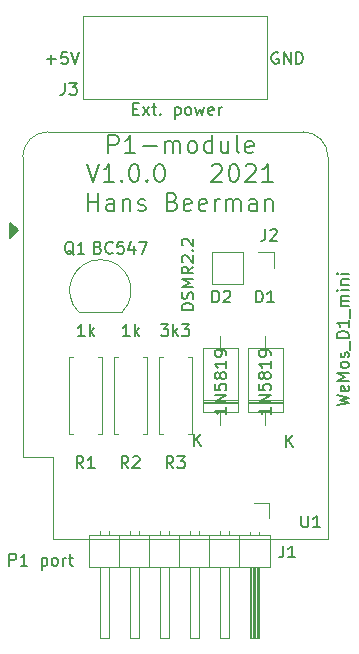
<source format=gbr>
%TF.GenerationSoftware,KiCad,Pcbnew,5.1.9-73d0e3b20d~88~ubuntu20.04.1*%
%TF.CreationDate,2021-02-01T09:35:04+01:00*%
%TF.ProjectId,WemosSlimmemeter,57656d6f-7353-46c6-996d-6d656d657465,V1.0.0.0*%
%TF.SameCoordinates,Original*%
%TF.FileFunction,Legend,Top*%
%TF.FilePolarity,Positive*%
%FSLAX46Y46*%
G04 Gerber Fmt 4.6, Leading zero omitted, Abs format (unit mm)*
G04 Created by KiCad (PCBNEW 5.1.9-73d0e3b20d~88~ubuntu20.04.1) date 2021-02-01 09:35:04*
%MOMM*%
%LPD*%
G01*
G04 APERTURE LIST*
%ADD10C,0.150000*%
%ADD11C,0.200000*%
%ADD12C,0.120000*%
G04 APERTURE END LIST*
D10*
X76286285Y-54737428D02*
X77048190Y-54737428D01*
X76667238Y-55118380D02*
X76667238Y-54356476D01*
X78000571Y-54118380D02*
X77524380Y-54118380D01*
X77476761Y-54594571D01*
X77524380Y-54546952D01*
X77619619Y-54499333D01*
X77857714Y-54499333D01*
X77952952Y-54546952D01*
X78000571Y-54594571D01*
X78048190Y-54689809D01*
X78048190Y-54927904D01*
X78000571Y-55023142D01*
X77952952Y-55070761D01*
X77857714Y-55118380D01*
X77619619Y-55118380D01*
X77524380Y-55070761D01*
X77476761Y-55023142D01*
X78333904Y-54118380D02*
X78667238Y-55118380D01*
X79000571Y-54118380D01*
X95860095Y-54166000D02*
X95764857Y-54118380D01*
X95622000Y-54118380D01*
X95479142Y-54166000D01*
X95383904Y-54261238D01*
X95336285Y-54356476D01*
X95288666Y-54546952D01*
X95288666Y-54689809D01*
X95336285Y-54880285D01*
X95383904Y-54975523D01*
X95479142Y-55070761D01*
X95622000Y-55118380D01*
X95717238Y-55118380D01*
X95860095Y-55070761D01*
X95907714Y-55023142D01*
X95907714Y-54689809D01*
X95717238Y-54689809D01*
X96336285Y-55118380D02*
X96336285Y-54118380D01*
X96907714Y-55118380D01*
X96907714Y-54118380D01*
X97383904Y-55118380D02*
X97383904Y-54118380D01*
X97622000Y-54118380D01*
X97764857Y-54166000D01*
X97860095Y-54261238D01*
X97907714Y-54356476D01*
X97955333Y-54546952D01*
X97955333Y-54689809D01*
X97907714Y-54880285D01*
X97860095Y-54975523D01*
X97764857Y-55070761D01*
X97622000Y-55118380D01*
X97383904Y-55118380D01*
D11*
X81497857Y-62673571D02*
X81497857Y-61173571D01*
X82069285Y-61173571D01*
X82212142Y-61245000D01*
X82283571Y-61316428D01*
X82355000Y-61459285D01*
X82355000Y-61673571D01*
X82283571Y-61816428D01*
X82212142Y-61887857D01*
X82069285Y-61959285D01*
X81497857Y-61959285D01*
X83783571Y-62673571D02*
X82926428Y-62673571D01*
X83355000Y-62673571D02*
X83355000Y-61173571D01*
X83212142Y-61387857D01*
X83069285Y-61530714D01*
X82926428Y-61602142D01*
X84426428Y-62102142D02*
X85569285Y-62102142D01*
X86283571Y-62673571D02*
X86283571Y-61673571D01*
X86283571Y-61816428D02*
X86355000Y-61745000D01*
X86497857Y-61673571D01*
X86712142Y-61673571D01*
X86855000Y-61745000D01*
X86926428Y-61887857D01*
X86926428Y-62673571D01*
X86926428Y-61887857D02*
X86997857Y-61745000D01*
X87140714Y-61673571D01*
X87355000Y-61673571D01*
X87497857Y-61745000D01*
X87569285Y-61887857D01*
X87569285Y-62673571D01*
X88497857Y-62673571D02*
X88355000Y-62602142D01*
X88283571Y-62530714D01*
X88212142Y-62387857D01*
X88212142Y-61959285D01*
X88283571Y-61816428D01*
X88355000Y-61745000D01*
X88497857Y-61673571D01*
X88712142Y-61673571D01*
X88855000Y-61745000D01*
X88926428Y-61816428D01*
X88997857Y-61959285D01*
X88997857Y-62387857D01*
X88926428Y-62530714D01*
X88855000Y-62602142D01*
X88712142Y-62673571D01*
X88497857Y-62673571D01*
X90283571Y-62673571D02*
X90283571Y-61173571D01*
X90283571Y-62602142D02*
X90140714Y-62673571D01*
X89855000Y-62673571D01*
X89712142Y-62602142D01*
X89640714Y-62530714D01*
X89569285Y-62387857D01*
X89569285Y-61959285D01*
X89640714Y-61816428D01*
X89712142Y-61745000D01*
X89855000Y-61673571D01*
X90140714Y-61673571D01*
X90283571Y-61745000D01*
X91640714Y-61673571D02*
X91640714Y-62673571D01*
X90997857Y-61673571D02*
X90997857Y-62459285D01*
X91069285Y-62602142D01*
X91212142Y-62673571D01*
X91426428Y-62673571D01*
X91569285Y-62602142D01*
X91640714Y-62530714D01*
X92569285Y-62673571D02*
X92426428Y-62602142D01*
X92355000Y-62459285D01*
X92355000Y-61173571D01*
X93712142Y-62602142D02*
X93569285Y-62673571D01*
X93283571Y-62673571D01*
X93140714Y-62602142D01*
X93069285Y-62459285D01*
X93069285Y-61887857D01*
X93140714Y-61745000D01*
X93283571Y-61673571D01*
X93569285Y-61673571D01*
X93712142Y-61745000D01*
X93783571Y-61887857D01*
X93783571Y-62030714D01*
X93069285Y-62173571D01*
X79676428Y-63623571D02*
X80176428Y-65123571D01*
X80676428Y-63623571D01*
X81962142Y-65123571D02*
X81105000Y-65123571D01*
X81533571Y-65123571D02*
X81533571Y-63623571D01*
X81390714Y-63837857D01*
X81247857Y-63980714D01*
X81105000Y-64052142D01*
X82605000Y-64980714D02*
X82676428Y-65052142D01*
X82605000Y-65123571D01*
X82533571Y-65052142D01*
X82605000Y-64980714D01*
X82605000Y-65123571D01*
X83605000Y-63623571D02*
X83747857Y-63623571D01*
X83890714Y-63695000D01*
X83962142Y-63766428D01*
X84033571Y-63909285D01*
X84105000Y-64195000D01*
X84105000Y-64552142D01*
X84033571Y-64837857D01*
X83962142Y-64980714D01*
X83890714Y-65052142D01*
X83747857Y-65123571D01*
X83605000Y-65123571D01*
X83462142Y-65052142D01*
X83390714Y-64980714D01*
X83319285Y-64837857D01*
X83247857Y-64552142D01*
X83247857Y-64195000D01*
X83319285Y-63909285D01*
X83390714Y-63766428D01*
X83462142Y-63695000D01*
X83605000Y-63623571D01*
X84747857Y-64980714D02*
X84819285Y-65052142D01*
X84747857Y-65123571D01*
X84676428Y-65052142D01*
X84747857Y-64980714D01*
X84747857Y-65123571D01*
X85747857Y-63623571D02*
X85890714Y-63623571D01*
X86033571Y-63695000D01*
X86105000Y-63766428D01*
X86176428Y-63909285D01*
X86247857Y-64195000D01*
X86247857Y-64552142D01*
X86176428Y-64837857D01*
X86105000Y-64980714D01*
X86033571Y-65052142D01*
X85890714Y-65123571D01*
X85747857Y-65123571D01*
X85605000Y-65052142D01*
X85533571Y-64980714D01*
X85462142Y-64837857D01*
X85390714Y-64552142D01*
X85390714Y-64195000D01*
X85462142Y-63909285D01*
X85533571Y-63766428D01*
X85605000Y-63695000D01*
X85747857Y-63623571D01*
X90247857Y-63766428D02*
X90319285Y-63695000D01*
X90462142Y-63623571D01*
X90819285Y-63623571D01*
X90962142Y-63695000D01*
X91033571Y-63766428D01*
X91105000Y-63909285D01*
X91105000Y-64052142D01*
X91033571Y-64266428D01*
X90176428Y-65123571D01*
X91105000Y-65123571D01*
X92033571Y-63623571D02*
X92176428Y-63623571D01*
X92319285Y-63695000D01*
X92390714Y-63766428D01*
X92462142Y-63909285D01*
X92533571Y-64195000D01*
X92533571Y-64552142D01*
X92462142Y-64837857D01*
X92390714Y-64980714D01*
X92319285Y-65052142D01*
X92176428Y-65123571D01*
X92033571Y-65123571D01*
X91890714Y-65052142D01*
X91819285Y-64980714D01*
X91747857Y-64837857D01*
X91676428Y-64552142D01*
X91676428Y-64195000D01*
X91747857Y-63909285D01*
X91819285Y-63766428D01*
X91890714Y-63695000D01*
X92033571Y-63623571D01*
X93105000Y-63766428D02*
X93176428Y-63695000D01*
X93319285Y-63623571D01*
X93676428Y-63623571D01*
X93819285Y-63695000D01*
X93890714Y-63766428D01*
X93962142Y-63909285D01*
X93962142Y-64052142D01*
X93890714Y-64266428D01*
X93033571Y-65123571D01*
X93962142Y-65123571D01*
X95390714Y-65123571D02*
X94533571Y-65123571D01*
X94962142Y-65123571D02*
X94962142Y-63623571D01*
X94819285Y-63837857D01*
X94676428Y-63980714D01*
X94533571Y-64052142D01*
X79783571Y-67573571D02*
X79783571Y-66073571D01*
X79783571Y-66787857D02*
X80640714Y-66787857D01*
X80640714Y-67573571D02*
X80640714Y-66073571D01*
X81997857Y-67573571D02*
X81997857Y-66787857D01*
X81926428Y-66645000D01*
X81783571Y-66573571D01*
X81497857Y-66573571D01*
X81355000Y-66645000D01*
X81997857Y-67502142D02*
X81855000Y-67573571D01*
X81497857Y-67573571D01*
X81355000Y-67502142D01*
X81283571Y-67359285D01*
X81283571Y-67216428D01*
X81355000Y-67073571D01*
X81497857Y-67002142D01*
X81855000Y-67002142D01*
X81997857Y-66930714D01*
X82712142Y-66573571D02*
X82712142Y-67573571D01*
X82712142Y-66716428D02*
X82783571Y-66645000D01*
X82926428Y-66573571D01*
X83140714Y-66573571D01*
X83283571Y-66645000D01*
X83355000Y-66787857D01*
X83355000Y-67573571D01*
X83997857Y-67502142D02*
X84140714Y-67573571D01*
X84426428Y-67573571D01*
X84569285Y-67502142D01*
X84640714Y-67359285D01*
X84640714Y-67287857D01*
X84569285Y-67145000D01*
X84426428Y-67073571D01*
X84212142Y-67073571D01*
X84069285Y-67002142D01*
X83997857Y-66859285D01*
X83997857Y-66787857D01*
X84069285Y-66645000D01*
X84212142Y-66573571D01*
X84426428Y-66573571D01*
X84569285Y-66645000D01*
X86926428Y-66787857D02*
X87140714Y-66859285D01*
X87212142Y-66930714D01*
X87283571Y-67073571D01*
X87283571Y-67287857D01*
X87212142Y-67430714D01*
X87140714Y-67502142D01*
X86997857Y-67573571D01*
X86426428Y-67573571D01*
X86426428Y-66073571D01*
X86926428Y-66073571D01*
X87069285Y-66145000D01*
X87140714Y-66216428D01*
X87212142Y-66359285D01*
X87212142Y-66502142D01*
X87140714Y-66645000D01*
X87069285Y-66716428D01*
X86926428Y-66787857D01*
X86426428Y-66787857D01*
X88497857Y-67502142D02*
X88355000Y-67573571D01*
X88069285Y-67573571D01*
X87926428Y-67502142D01*
X87855000Y-67359285D01*
X87855000Y-66787857D01*
X87926428Y-66645000D01*
X88069285Y-66573571D01*
X88355000Y-66573571D01*
X88497857Y-66645000D01*
X88569285Y-66787857D01*
X88569285Y-66930714D01*
X87855000Y-67073571D01*
X89783571Y-67502142D02*
X89640714Y-67573571D01*
X89355000Y-67573571D01*
X89212142Y-67502142D01*
X89140714Y-67359285D01*
X89140714Y-66787857D01*
X89212142Y-66645000D01*
X89355000Y-66573571D01*
X89640714Y-66573571D01*
X89783571Y-66645000D01*
X89855000Y-66787857D01*
X89855000Y-66930714D01*
X89140714Y-67073571D01*
X90497857Y-67573571D02*
X90497857Y-66573571D01*
X90497857Y-66859285D02*
X90569285Y-66716428D01*
X90640714Y-66645000D01*
X90783571Y-66573571D01*
X90926428Y-66573571D01*
X91426428Y-67573571D02*
X91426428Y-66573571D01*
X91426428Y-66716428D02*
X91497857Y-66645000D01*
X91640714Y-66573571D01*
X91855000Y-66573571D01*
X91997857Y-66645000D01*
X92069285Y-66787857D01*
X92069285Y-67573571D01*
X92069285Y-66787857D02*
X92140714Y-66645000D01*
X92283571Y-66573571D01*
X92497857Y-66573571D01*
X92640714Y-66645000D01*
X92712142Y-66787857D01*
X92712142Y-67573571D01*
X94069285Y-67573571D02*
X94069285Y-66787857D01*
X93997857Y-66645000D01*
X93855000Y-66573571D01*
X93569285Y-66573571D01*
X93426428Y-66645000D01*
X94069285Y-67502142D02*
X93926428Y-67573571D01*
X93569285Y-67573571D01*
X93426428Y-67502142D01*
X93355000Y-67359285D01*
X93355000Y-67216428D01*
X93426428Y-67073571D01*
X93569285Y-67002142D01*
X93926428Y-67002142D01*
X94069285Y-66930714D01*
X94783571Y-66573571D02*
X94783571Y-67573571D01*
X94783571Y-66716428D02*
X94855000Y-66645000D01*
X94997857Y-66573571D01*
X95212142Y-66573571D01*
X95355000Y-66645000D01*
X95426428Y-66787857D01*
X95426428Y-67573571D01*
D12*
%TO.C,J3*%
X94930500Y-51102500D02*
X79350500Y-51102500D01*
X79350500Y-51102500D02*
X79350500Y-58102500D01*
X94930500Y-51102500D02*
X94930500Y-58102500D01*
X94930500Y-58102500D02*
X79350500Y-58102500D01*
%TO.C,R1*%
X80910500Y-79907500D02*
X80580500Y-79907500D01*
X80910500Y-86447500D02*
X80910500Y-79907500D01*
X80580500Y-86447500D02*
X80910500Y-86447500D01*
X78170500Y-79907500D02*
X78500500Y-79907500D01*
X78170500Y-86447500D02*
X78170500Y-79907500D01*
X78500500Y-86447500D02*
X78170500Y-86447500D01*
%TO.C,D2*%
X89500500Y-83847500D02*
X92440500Y-83847500D01*
X89500500Y-83607500D02*
X92440500Y-83607500D01*
X89500500Y-83727500D02*
X92440500Y-83727500D01*
X90970500Y-78167500D02*
X90970500Y-79187500D01*
X90970500Y-85647500D02*
X90970500Y-84627500D01*
X89500500Y-79187500D02*
X89500500Y-84627500D01*
X92440500Y-79187500D02*
X89500500Y-79187500D01*
X92440500Y-84627500D02*
X92440500Y-79187500D01*
X89500500Y-84627500D02*
X92440500Y-84627500D01*
%TO.C,D1*%
X93310500Y-83847500D02*
X96250500Y-83847500D01*
X93310500Y-83607500D02*
X96250500Y-83607500D01*
X93310500Y-83727500D02*
X96250500Y-83727500D01*
X94780500Y-78167500D02*
X94780500Y-79187500D01*
X94780500Y-85647500D02*
X94780500Y-84627500D01*
X93310500Y-79187500D02*
X93310500Y-84627500D01*
X96250500Y-79187500D02*
X93310500Y-79187500D01*
X96250500Y-84627500D02*
X96250500Y-79187500D01*
X93310500Y-84627500D02*
X96250500Y-84627500D01*
%TO.C,J2*%
X95475500Y-71052500D02*
X95475500Y-72382500D01*
X94145500Y-71052500D02*
X95475500Y-71052500D01*
X92875500Y-71052500D02*
X92875500Y-73712500D01*
X92875500Y-73712500D02*
X90275500Y-73712500D01*
X92875500Y-71052500D02*
X90275500Y-71052500D01*
X90275500Y-71052500D02*
X90275500Y-73712500D01*
%TO.C,U1*%
X76770500Y-88427500D02*
X76770500Y-95327500D01*
X74230500Y-88427500D02*
X76770500Y-88427500D01*
D10*
G36*
X73190500Y-68572500D02*
G01*
X73190500Y-69842500D01*
X73825500Y-69207500D01*
X73190500Y-68572500D01*
G37*
X73190500Y-68572500D02*
X73190500Y-69842500D01*
X73825500Y-69207500D01*
X73190500Y-68572500D01*
D12*
X97970500Y-60867500D02*
X76360500Y-60867500D01*
X100090500Y-95327500D02*
X100090500Y-62997500D01*
X74230500Y-88427500D02*
X74230500Y-62997500D01*
X76770500Y-95327500D02*
X100090500Y-95327500D01*
X97960500Y-60867500D02*
G75*
G02*
X100090500Y-62997500I0J-2130000D01*
G01*
X74230500Y-62997500D02*
G75*
G02*
X76360500Y-60867500I2130000J0D01*
G01*
%TO.C,R3*%
X85790500Y-86447500D02*
X86120500Y-86447500D01*
X85790500Y-79907500D02*
X85790500Y-86447500D01*
X86120500Y-79907500D02*
X85790500Y-79907500D01*
X88530500Y-86447500D02*
X88200500Y-86447500D01*
X88530500Y-79907500D02*
X88530500Y-86447500D01*
X88200500Y-79907500D02*
X88530500Y-79907500D01*
%TO.C,R2*%
X84720500Y-79907500D02*
X84390500Y-79907500D01*
X84720500Y-86447500D02*
X84720500Y-79907500D01*
X84390500Y-86447500D02*
X84720500Y-86447500D01*
X81980500Y-79907500D02*
X82310500Y-79907500D01*
X81980500Y-86447500D02*
X81980500Y-79907500D01*
X82310500Y-86447500D02*
X81980500Y-86447500D01*
%TO.C,Q1*%
X79010500Y-76137500D02*
X82610500Y-76137500D01*
X82648978Y-76125978D02*
G75*
G03*
X80810500Y-71687500I-1838478J1838478D01*
G01*
X78972022Y-76125978D02*
G75*
G02*
X80810500Y-71687500I1838478J1838478D01*
G01*
%TO.C,J1*%
X95123000Y-92329000D02*
X95123000Y-93599000D01*
X93853000Y-92329000D02*
X95123000Y-92329000D01*
X80773000Y-94641929D02*
X80773000Y-95039000D01*
X81533000Y-94641929D02*
X81533000Y-95039000D01*
X80773000Y-103699000D02*
X80773000Y-97699000D01*
X81533000Y-103699000D02*
X80773000Y-103699000D01*
X81533000Y-97699000D02*
X81533000Y-103699000D01*
X82423000Y-95039000D02*
X82423000Y-97699000D01*
X83313000Y-94641929D02*
X83313000Y-95039000D01*
X84073000Y-94641929D02*
X84073000Y-95039000D01*
X83313000Y-103699000D02*
X83313000Y-97699000D01*
X84073000Y-103699000D02*
X83313000Y-103699000D01*
X84073000Y-97699000D02*
X84073000Y-103699000D01*
X84963000Y-95039000D02*
X84963000Y-97699000D01*
X85853000Y-94641929D02*
X85853000Y-95039000D01*
X86613000Y-94641929D02*
X86613000Y-95039000D01*
X85853000Y-103699000D02*
X85853000Y-97699000D01*
X86613000Y-103699000D02*
X85853000Y-103699000D01*
X86613000Y-97699000D02*
X86613000Y-103699000D01*
X87503000Y-95039000D02*
X87503000Y-97699000D01*
X88393000Y-94641929D02*
X88393000Y-95039000D01*
X89153000Y-94641929D02*
X89153000Y-95039000D01*
X88393000Y-103699000D02*
X88393000Y-97699000D01*
X89153000Y-103699000D02*
X88393000Y-103699000D01*
X89153000Y-97699000D02*
X89153000Y-103699000D01*
X90043000Y-95039000D02*
X90043000Y-97699000D01*
X90933000Y-94641929D02*
X90933000Y-95039000D01*
X91693000Y-94641929D02*
X91693000Y-95039000D01*
X90933000Y-103699000D02*
X90933000Y-97699000D01*
X91693000Y-103699000D02*
X90933000Y-103699000D01*
X91693000Y-97699000D02*
X91693000Y-103699000D01*
X92583000Y-95039000D02*
X92583000Y-97699000D01*
X93473000Y-94709000D02*
X93473000Y-95039000D01*
X94233000Y-94709000D02*
X94233000Y-95039000D01*
X93573000Y-97699000D02*
X93573000Y-103699000D01*
X93693000Y-97699000D02*
X93693000Y-103699000D01*
X93813000Y-97699000D02*
X93813000Y-103699000D01*
X93933000Y-97699000D02*
X93933000Y-103699000D01*
X94053000Y-97699000D02*
X94053000Y-103699000D01*
X94173000Y-97699000D02*
X94173000Y-103699000D01*
X93473000Y-103699000D02*
X93473000Y-97699000D01*
X94233000Y-103699000D02*
X93473000Y-103699000D01*
X94233000Y-97699000D02*
X94233000Y-103699000D01*
X95183000Y-97699000D02*
X95183000Y-95039000D01*
X79823000Y-97699000D02*
X95183000Y-97699000D01*
X79823000Y-95039000D02*
X79823000Y-97699000D01*
X95183000Y-95039000D02*
X79823000Y-95039000D01*
%TO.C,J3*%
D10*
X77810166Y-56721880D02*
X77810166Y-57436166D01*
X77762547Y-57579023D01*
X77667309Y-57674261D01*
X77524452Y-57721880D01*
X77429214Y-57721880D01*
X78191119Y-56721880D02*
X78810166Y-56721880D01*
X78476833Y-57102833D01*
X78619690Y-57102833D01*
X78714928Y-57150452D01*
X78762547Y-57198071D01*
X78810166Y-57293309D01*
X78810166Y-57531404D01*
X78762547Y-57626642D01*
X78714928Y-57674261D01*
X78619690Y-57721880D01*
X78333976Y-57721880D01*
X78238738Y-57674261D01*
X78191119Y-57626642D01*
X83597023Y-58912571D02*
X83930357Y-58912571D01*
X84073214Y-59436380D02*
X83597023Y-59436380D01*
X83597023Y-58436380D01*
X84073214Y-58436380D01*
X84406547Y-59436380D02*
X84930357Y-58769714D01*
X84406547Y-58769714D02*
X84930357Y-59436380D01*
X85168452Y-58769714D02*
X85549404Y-58769714D01*
X85311309Y-58436380D02*
X85311309Y-59293523D01*
X85358928Y-59388761D01*
X85454166Y-59436380D01*
X85549404Y-59436380D01*
X85882738Y-59341142D02*
X85930357Y-59388761D01*
X85882738Y-59436380D01*
X85835119Y-59388761D01*
X85882738Y-59341142D01*
X85882738Y-59436380D01*
X87120833Y-58769714D02*
X87120833Y-59769714D01*
X87120833Y-58817333D02*
X87216071Y-58769714D01*
X87406547Y-58769714D01*
X87501785Y-58817333D01*
X87549404Y-58864952D01*
X87597023Y-58960190D01*
X87597023Y-59245904D01*
X87549404Y-59341142D01*
X87501785Y-59388761D01*
X87406547Y-59436380D01*
X87216071Y-59436380D01*
X87120833Y-59388761D01*
X88168452Y-59436380D02*
X88073214Y-59388761D01*
X88025595Y-59341142D01*
X87977976Y-59245904D01*
X87977976Y-58960190D01*
X88025595Y-58864952D01*
X88073214Y-58817333D01*
X88168452Y-58769714D01*
X88311309Y-58769714D01*
X88406547Y-58817333D01*
X88454166Y-58864952D01*
X88501785Y-58960190D01*
X88501785Y-59245904D01*
X88454166Y-59341142D01*
X88406547Y-59388761D01*
X88311309Y-59436380D01*
X88168452Y-59436380D01*
X88835119Y-58769714D02*
X89025595Y-59436380D01*
X89216071Y-58960190D01*
X89406547Y-59436380D01*
X89597023Y-58769714D01*
X90358928Y-59388761D02*
X90263690Y-59436380D01*
X90073214Y-59436380D01*
X89977976Y-59388761D01*
X89930357Y-59293523D01*
X89930357Y-58912571D01*
X89977976Y-58817333D01*
X90073214Y-58769714D01*
X90263690Y-58769714D01*
X90358928Y-58817333D01*
X90406547Y-58912571D01*
X90406547Y-59007809D01*
X89930357Y-59103047D01*
X90835119Y-59436380D02*
X90835119Y-58769714D01*
X90835119Y-58960190D02*
X90882738Y-58864952D01*
X90930357Y-58817333D01*
X91025595Y-58769714D01*
X91120833Y-58769714D01*
%TO.C,R1*%
X79373833Y-89344880D02*
X79040500Y-88868690D01*
X78802404Y-89344880D02*
X78802404Y-88344880D01*
X79183357Y-88344880D01*
X79278595Y-88392500D01*
X79326214Y-88440119D01*
X79373833Y-88535357D01*
X79373833Y-88678214D01*
X79326214Y-88773452D01*
X79278595Y-88821071D01*
X79183357Y-88868690D01*
X78802404Y-88868690D01*
X80326214Y-89344880D02*
X79754785Y-89344880D01*
X80040500Y-89344880D02*
X80040500Y-88344880D01*
X79945261Y-88487738D01*
X79850023Y-88582976D01*
X79754785Y-88630595D01*
X79484952Y-78168880D02*
X78913523Y-78168880D01*
X79199238Y-78168880D02*
X79199238Y-77168880D01*
X79104000Y-77311738D01*
X79008761Y-77406976D01*
X78913523Y-77454595D01*
X79913523Y-78168880D02*
X79913523Y-77168880D01*
X80008761Y-77787928D02*
X80294476Y-78168880D01*
X80294476Y-77502214D02*
X79913523Y-77883166D01*
%TO.C,D2*%
X90295904Y-75311380D02*
X90295904Y-74311380D01*
X90534000Y-74311380D01*
X90676857Y-74359000D01*
X90772095Y-74454238D01*
X90819714Y-74549476D01*
X90867333Y-74739952D01*
X90867333Y-74882809D01*
X90819714Y-75073285D01*
X90772095Y-75168523D01*
X90676857Y-75263761D01*
X90534000Y-75311380D01*
X90295904Y-75311380D01*
X91248285Y-74406619D02*
X91295904Y-74359000D01*
X91391142Y-74311380D01*
X91629238Y-74311380D01*
X91724476Y-74359000D01*
X91772095Y-74406619D01*
X91819714Y-74501857D01*
X91819714Y-74597095D01*
X91772095Y-74739952D01*
X91200666Y-75311380D01*
X91819714Y-75311380D01*
X91486380Y-84177357D02*
X91486380Y-84748785D01*
X91486380Y-84463071D02*
X90486380Y-84463071D01*
X90629238Y-84558309D01*
X90724476Y-84653547D01*
X90772095Y-84748785D01*
X91486380Y-83748785D02*
X90486380Y-83748785D01*
X91486380Y-83177357D01*
X90486380Y-83177357D01*
X90486380Y-82224976D02*
X90486380Y-82701166D01*
X90962571Y-82748785D01*
X90914952Y-82701166D01*
X90867333Y-82605928D01*
X90867333Y-82367833D01*
X90914952Y-82272595D01*
X90962571Y-82224976D01*
X91057809Y-82177357D01*
X91295904Y-82177357D01*
X91391142Y-82224976D01*
X91438761Y-82272595D01*
X91486380Y-82367833D01*
X91486380Y-82605928D01*
X91438761Y-82701166D01*
X91391142Y-82748785D01*
X90914952Y-81605928D02*
X90867333Y-81701166D01*
X90819714Y-81748785D01*
X90724476Y-81796404D01*
X90676857Y-81796404D01*
X90581619Y-81748785D01*
X90534000Y-81701166D01*
X90486380Y-81605928D01*
X90486380Y-81415452D01*
X90534000Y-81320214D01*
X90581619Y-81272595D01*
X90676857Y-81224976D01*
X90724476Y-81224976D01*
X90819714Y-81272595D01*
X90867333Y-81320214D01*
X90914952Y-81415452D01*
X90914952Y-81605928D01*
X90962571Y-81701166D01*
X91010190Y-81748785D01*
X91105428Y-81796404D01*
X91295904Y-81796404D01*
X91391142Y-81748785D01*
X91438761Y-81701166D01*
X91486380Y-81605928D01*
X91486380Y-81415452D01*
X91438761Y-81320214D01*
X91391142Y-81272595D01*
X91295904Y-81224976D01*
X91105428Y-81224976D01*
X91010190Y-81272595D01*
X90962571Y-81320214D01*
X90914952Y-81415452D01*
X91486380Y-80272595D02*
X91486380Y-80844023D01*
X91486380Y-80558309D02*
X90486380Y-80558309D01*
X90629238Y-80653547D01*
X90724476Y-80748785D01*
X90772095Y-80844023D01*
X91486380Y-79796404D02*
X91486380Y-79605928D01*
X91438761Y-79510690D01*
X91391142Y-79463071D01*
X91248285Y-79367833D01*
X91057809Y-79320214D01*
X90676857Y-79320214D01*
X90581619Y-79367833D01*
X90534000Y-79415452D01*
X90486380Y-79510690D01*
X90486380Y-79701166D01*
X90534000Y-79796404D01*
X90581619Y-79844023D01*
X90676857Y-79891642D01*
X90914952Y-79891642D01*
X91010190Y-79844023D01*
X91057809Y-79796404D01*
X91105428Y-79701166D01*
X91105428Y-79510690D01*
X91057809Y-79415452D01*
X91010190Y-79367833D01*
X90914952Y-79320214D01*
X88740095Y-87439880D02*
X88740095Y-86439880D01*
X89311523Y-87439880D02*
X88882952Y-86868452D01*
X89311523Y-86439880D02*
X88740095Y-87011309D01*
%TO.C,D1*%
X93978904Y-75311380D02*
X93978904Y-74311380D01*
X94217000Y-74311380D01*
X94359857Y-74359000D01*
X94455095Y-74454238D01*
X94502714Y-74549476D01*
X94550333Y-74739952D01*
X94550333Y-74882809D01*
X94502714Y-75073285D01*
X94455095Y-75168523D01*
X94359857Y-75263761D01*
X94217000Y-75311380D01*
X93978904Y-75311380D01*
X95502714Y-75311380D02*
X94931285Y-75311380D01*
X95217000Y-75311380D02*
X95217000Y-74311380D01*
X95121761Y-74454238D01*
X95026523Y-74549476D01*
X94931285Y-74597095D01*
X95232880Y-84177357D02*
X95232880Y-84748785D01*
X95232880Y-84463071D02*
X94232880Y-84463071D01*
X94375738Y-84558309D01*
X94470976Y-84653547D01*
X94518595Y-84748785D01*
X95232880Y-83748785D02*
X94232880Y-83748785D01*
X95232880Y-83177357D01*
X94232880Y-83177357D01*
X94232880Y-82224976D02*
X94232880Y-82701166D01*
X94709071Y-82748785D01*
X94661452Y-82701166D01*
X94613833Y-82605928D01*
X94613833Y-82367833D01*
X94661452Y-82272595D01*
X94709071Y-82224976D01*
X94804309Y-82177357D01*
X95042404Y-82177357D01*
X95137642Y-82224976D01*
X95185261Y-82272595D01*
X95232880Y-82367833D01*
X95232880Y-82605928D01*
X95185261Y-82701166D01*
X95137642Y-82748785D01*
X94661452Y-81605928D02*
X94613833Y-81701166D01*
X94566214Y-81748785D01*
X94470976Y-81796404D01*
X94423357Y-81796404D01*
X94328119Y-81748785D01*
X94280500Y-81701166D01*
X94232880Y-81605928D01*
X94232880Y-81415452D01*
X94280500Y-81320214D01*
X94328119Y-81272595D01*
X94423357Y-81224976D01*
X94470976Y-81224976D01*
X94566214Y-81272595D01*
X94613833Y-81320214D01*
X94661452Y-81415452D01*
X94661452Y-81605928D01*
X94709071Y-81701166D01*
X94756690Y-81748785D01*
X94851928Y-81796404D01*
X95042404Y-81796404D01*
X95137642Y-81748785D01*
X95185261Y-81701166D01*
X95232880Y-81605928D01*
X95232880Y-81415452D01*
X95185261Y-81320214D01*
X95137642Y-81272595D01*
X95042404Y-81224976D01*
X94851928Y-81224976D01*
X94756690Y-81272595D01*
X94709071Y-81320214D01*
X94661452Y-81415452D01*
X95232880Y-80272595D02*
X95232880Y-80844023D01*
X95232880Y-80558309D02*
X94232880Y-80558309D01*
X94375738Y-80653547D01*
X94470976Y-80748785D01*
X94518595Y-80844023D01*
X95232880Y-79796404D02*
X95232880Y-79605928D01*
X95185261Y-79510690D01*
X95137642Y-79463071D01*
X94994785Y-79367833D01*
X94804309Y-79320214D01*
X94423357Y-79320214D01*
X94328119Y-79367833D01*
X94280500Y-79415452D01*
X94232880Y-79510690D01*
X94232880Y-79701166D01*
X94280500Y-79796404D01*
X94328119Y-79844023D01*
X94423357Y-79891642D01*
X94661452Y-79891642D01*
X94756690Y-79844023D01*
X94804309Y-79796404D01*
X94851928Y-79701166D01*
X94851928Y-79510690D01*
X94804309Y-79415452D01*
X94756690Y-79367833D01*
X94661452Y-79320214D01*
X96550595Y-87566880D02*
X96550595Y-86566880D01*
X97122023Y-87566880D02*
X96693452Y-86995452D01*
X97122023Y-86566880D02*
X96550595Y-87138309D01*
%TO.C,J2*%
X94764666Y-69104380D02*
X94764666Y-69818666D01*
X94717047Y-69961523D01*
X94621809Y-70056761D01*
X94478952Y-70104380D01*
X94383714Y-70104380D01*
X95193238Y-69199619D02*
X95240857Y-69152000D01*
X95336095Y-69104380D01*
X95574190Y-69104380D01*
X95669428Y-69152000D01*
X95717047Y-69199619D01*
X95764666Y-69294857D01*
X95764666Y-69390095D01*
X95717047Y-69532952D01*
X95145619Y-70104380D01*
X95764666Y-70104380D01*
X88692380Y-75954000D02*
X87692380Y-75954000D01*
X87692380Y-75715904D01*
X87740000Y-75573047D01*
X87835238Y-75477809D01*
X87930476Y-75430190D01*
X88120952Y-75382571D01*
X88263809Y-75382571D01*
X88454285Y-75430190D01*
X88549523Y-75477809D01*
X88644761Y-75573047D01*
X88692380Y-75715904D01*
X88692380Y-75954000D01*
X88644761Y-75001619D02*
X88692380Y-74858761D01*
X88692380Y-74620666D01*
X88644761Y-74525428D01*
X88597142Y-74477809D01*
X88501904Y-74430190D01*
X88406666Y-74430190D01*
X88311428Y-74477809D01*
X88263809Y-74525428D01*
X88216190Y-74620666D01*
X88168571Y-74811142D01*
X88120952Y-74906380D01*
X88073333Y-74954000D01*
X87978095Y-75001619D01*
X87882857Y-75001619D01*
X87787619Y-74954000D01*
X87740000Y-74906380D01*
X87692380Y-74811142D01*
X87692380Y-74573047D01*
X87740000Y-74430190D01*
X88692380Y-74001619D02*
X87692380Y-74001619D01*
X88406666Y-73668285D01*
X87692380Y-73334952D01*
X88692380Y-73334952D01*
X88692380Y-72287333D02*
X88216190Y-72620666D01*
X88692380Y-72858761D02*
X87692380Y-72858761D01*
X87692380Y-72477809D01*
X87740000Y-72382571D01*
X87787619Y-72334952D01*
X87882857Y-72287333D01*
X88025714Y-72287333D01*
X88120952Y-72334952D01*
X88168571Y-72382571D01*
X88216190Y-72477809D01*
X88216190Y-72858761D01*
X87787619Y-71906380D02*
X87740000Y-71858761D01*
X87692380Y-71763523D01*
X87692380Y-71525428D01*
X87740000Y-71430190D01*
X87787619Y-71382571D01*
X87882857Y-71334952D01*
X87978095Y-71334952D01*
X88120952Y-71382571D01*
X88692380Y-71954000D01*
X88692380Y-71334952D01*
X88597142Y-70906380D02*
X88644761Y-70858761D01*
X88692380Y-70906380D01*
X88644761Y-70954000D01*
X88597142Y-70906380D01*
X88692380Y-70906380D01*
X87787619Y-70477809D02*
X87740000Y-70430190D01*
X87692380Y-70334952D01*
X87692380Y-70096857D01*
X87740000Y-70001619D01*
X87787619Y-69954000D01*
X87882857Y-69906380D01*
X87978095Y-69906380D01*
X88120952Y-69954000D01*
X88692380Y-70525428D01*
X88692380Y-69906380D01*
%TO.C,U1*%
X97828595Y-93361380D02*
X97828595Y-94170904D01*
X97876214Y-94266142D01*
X97923833Y-94313761D01*
X98019071Y-94361380D01*
X98209547Y-94361380D01*
X98304785Y-94313761D01*
X98352404Y-94266142D01*
X98400023Y-94170904D01*
X98400023Y-93361380D01*
X99400023Y-94361380D02*
X98828595Y-94361380D01*
X99114309Y-94361380D02*
X99114309Y-93361380D01*
X99019071Y-93504238D01*
X98923833Y-93599476D01*
X98828595Y-93647095D01*
X100836880Y-84034047D02*
X101836880Y-83795952D01*
X101122595Y-83605476D01*
X101836880Y-83415000D01*
X100836880Y-83176904D01*
X101789261Y-82415000D02*
X101836880Y-82510238D01*
X101836880Y-82700714D01*
X101789261Y-82795952D01*
X101694023Y-82843571D01*
X101313071Y-82843571D01*
X101217833Y-82795952D01*
X101170214Y-82700714D01*
X101170214Y-82510238D01*
X101217833Y-82415000D01*
X101313071Y-82367380D01*
X101408309Y-82367380D01*
X101503547Y-82843571D01*
X101836880Y-81938809D02*
X100836880Y-81938809D01*
X101551166Y-81605476D01*
X100836880Y-81272142D01*
X101836880Y-81272142D01*
X101836880Y-80653095D02*
X101789261Y-80748333D01*
X101741642Y-80795952D01*
X101646404Y-80843571D01*
X101360690Y-80843571D01*
X101265452Y-80795952D01*
X101217833Y-80748333D01*
X101170214Y-80653095D01*
X101170214Y-80510238D01*
X101217833Y-80415000D01*
X101265452Y-80367380D01*
X101360690Y-80319761D01*
X101646404Y-80319761D01*
X101741642Y-80367380D01*
X101789261Y-80415000D01*
X101836880Y-80510238D01*
X101836880Y-80653095D01*
X101789261Y-79938809D02*
X101836880Y-79843571D01*
X101836880Y-79653095D01*
X101789261Y-79557857D01*
X101694023Y-79510238D01*
X101646404Y-79510238D01*
X101551166Y-79557857D01*
X101503547Y-79653095D01*
X101503547Y-79795952D01*
X101455928Y-79891190D01*
X101360690Y-79938809D01*
X101313071Y-79938809D01*
X101217833Y-79891190D01*
X101170214Y-79795952D01*
X101170214Y-79653095D01*
X101217833Y-79557857D01*
X101932119Y-79319761D02*
X101932119Y-78557857D01*
X101836880Y-78319761D02*
X100836880Y-78319761D01*
X100836880Y-78081666D01*
X100884500Y-77938809D01*
X100979738Y-77843571D01*
X101074976Y-77795952D01*
X101265452Y-77748333D01*
X101408309Y-77748333D01*
X101598785Y-77795952D01*
X101694023Y-77843571D01*
X101789261Y-77938809D01*
X101836880Y-78081666D01*
X101836880Y-78319761D01*
X101836880Y-76795952D02*
X101836880Y-77367380D01*
X101836880Y-77081666D02*
X100836880Y-77081666D01*
X100979738Y-77176904D01*
X101074976Y-77272142D01*
X101122595Y-77367380D01*
X101932119Y-76605476D02*
X101932119Y-75843571D01*
X101836880Y-75605476D02*
X101170214Y-75605476D01*
X101265452Y-75605476D02*
X101217833Y-75557857D01*
X101170214Y-75462619D01*
X101170214Y-75319761D01*
X101217833Y-75224523D01*
X101313071Y-75176904D01*
X101836880Y-75176904D01*
X101313071Y-75176904D02*
X101217833Y-75129285D01*
X101170214Y-75034047D01*
X101170214Y-74891190D01*
X101217833Y-74795952D01*
X101313071Y-74748333D01*
X101836880Y-74748333D01*
X101836880Y-74272142D02*
X101170214Y-74272142D01*
X100836880Y-74272142D02*
X100884500Y-74319761D01*
X100932119Y-74272142D01*
X100884500Y-74224523D01*
X100836880Y-74272142D01*
X100932119Y-74272142D01*
X101170214Y-73795952D02*
X101836880Y-73795952D01*
X101265452Y-73795952D02*
X101217833Y-73748333D01*
X101170214Y-73653095D01*
X101170214Y-73510238D01*
X101217833Y-73415000D01*
X101313071Y-73367380D01*
X101836880Y-73367380D01*
X101836880Y-72891190D02*
X101170214Y-72891190D01*
X100836880Y-72891190D02*
X100884500Y-72938809D01*
X100932119Y-72891190D01*
X100884500Y-72843571D01*
X100836880Y-72891190D01*
X100932119Y-72891190D01*
%TO.C,R3*%
X86993833Y-89344880D02*
X86660500Y-88868690D01*
X86422404Y-89344880D02*
X86422404Y-88344880D01*
X86803357Y-88344880D01*
X86898595Y-88392500D01*
X86946214Y-88440119D01*
X86993833Y-88535357D01*
X86993833Y-88678214D01*
X86946214Y-88773452D01*
X86898595Y-88821071D01*
X86803357Y-88868690D01*
X86422404Y-88868690D01*
X87327166Y-88344880D02*
X87946214Y-88344880D01*
X87612880Y-88725833D01*
X87755738Y-88725833D01*
X87850976Y-88773452D01*
X87898595Y-88821071D01*
X87946214Y-88916309D01*
X87946214Y-89154404D01*
X87898595Y-89249642D01*
X87850976Y-89297261D01*
X87755738Y-89344880D01*
X87470023Y-89344880D01*
X87374785Y-89297261D01*
X87327166Y-89249642D01*
X85946214Y-77168880D02*
X86565261Y-77168880D01*
X86231928Y-77549833D01*
X86374785Y-77549833D01*
X86470023Y-77597452D01*
X86517642Y-77645071D01*
X86565261Y-77740309D01*
X86565261Y-77978404D01*
X86517642Y-78073642D01*
X86470023Y-78121261D01*
X86374785Y-78168880D01*
X86089071Y-78168880D01*
X85993833Y-78121261D01*
X85946214Y-78073642D01*
X86993833Y-78168880D02*
X86993833Y-77168880D01*
X87089071Y-77787928D02*
X87374785Y-78168880D01*
X87374785Y-77502214D02*
X86993833Y-77883166D01*
X87708119Y-77168880D02*
X88327166Y-77168880D01*
X87993833Y-77549833D01*
X88136690Y-77549833D01*
X88231928Y-77597452D01*
X88279547Y-77645071D01*
X88327166Y-77740309D01*
X88327166Y-77978404D01*
X88279547Y-78073642D01*
X88231928Y-78121261D01*
X88136690Y-78168880D01*
X87850976Y-78168880D01*
X87755738Y-78121261D01*
X87708119Y-78073642D01*
%TO.C,R2*%
X83183833Y-89344880D02*
X82850500Y-88868690D01*
X82612404Y-89344880D02*
X82612404Y-88344880D01*
X82993357Y-88344880D01*
X83088595Y-88392500D01*
X83136214Y-88440119D01*
X83183833Y-88535357D01*
X83183833Y-88678214D01*
X83136214Y-88773452D01*
X83088595Y-88821071D01*
X82993357Y-88868690D01*
X82612404Y-88868690D01*
X83564785Y-88440119D02*
X83612404Y-88392500D01*
X83707642Y-88344880D01*
X83945738Y-88344880D01*
X84040976Y-88392500D01*
X84088595Y-88440119D01*
X84136214Y-88535357D01*
X84136214Y-88630595D01*
X84088595Y-88773452D01*
X83517166Y-89344880D01*
X84136214Y-89344880D01*
X83294952Y-78168880D02*
X82723523Y-78168880D01*
X83009238Y-78168880D02*
X83009238Y-77168880D01*
X82914000Y-77311738D01*
X82818761Y-77406976D01*
X82723523Y-77454595D01*
X83723523Y-78168880D02*
X83723523Y-77168880D01*
X83818761Y-77787928D02*
X84104476Y-78168880D01*
X84104476Y-77502214D02*
X83723523Y-77883166D01*
%TO.C,Q1*%
X78556261Y-71279119D02*
X78461023Y-71231500D01*
X78365785Y-71136261D01*
X78222928Y-70993404D01*
X78127690Y-70945785D01*
X78032452Y-70945785D01*
X78080071Y-71183880D02*
X77984833Y-71136261D01*
X77889595Y-71041023D01*
X77841976Y-70850547D01*
X77841976Y-70517214D01*
X77889595Y-70326738D01*
X77984833Y-70231500D01*
X78080071Y-70183880D01*
X78270547Y-70183880D01*
X78365785Y-70231500D01*
X78461023Y-70326738D01*
X78508642Y-70517214D01*
X78508642Y-70850547D01*
X78461023Y-71041023D01*
X78365785Y-71136261D01*
X78270547Y-71183880D01*
X78080071Y-71183880D01*
X79461023Y-71183880D02*
X78889595Y-71183880D01*
X79175309Y-71183880D02*
X79175309Y-70183880D01*
X79080071Y-70326738D01*
X78984833Y-70421976D01*
X78889595Y-70469595D01*
X80604357Y-70660071D02*
X80747214Y-70707690D01*
X80794833Y-70755309D01*
X80842452Y-70850547D01*
X80842452Y-70993404D01*
X80794833Y-71088642D01*
X80747214Y-71136261D01*
X80651976Y-71183880D01*
X80271023Y-71183880D01*
X80271023Y-70183880D01*
X80604357Y-70183880D01*
X80699595Y-70231500D01*
X80747214Y-70279119D01*
X80794833Y-70374357D01*
X80794833Y-70469595D01*
X80747214Y-70564833D01*
X80699595Y-70612452D01*
X80604357Y-70660071D01*
X80271023Y-70660071D01*
X81842452Y-71088642D02*
X81794833Y-71136261D01*
X81651976Y-71183880D01*
X81556738Y-71183880D01*
X81413880Y-71136261D01*
X81318642Y-71041023D01*
X81271023Y-70945785D01*
X81223404Y-70755309D01*
X81223404Y-70612452D01*
X81271023Y-70421976D01*
X81318642Y-70326738D01*
X81413880Y-70231500D01*
X81556738Y-70183880D01*
X81651976Y-70183880D01*
X81794833Y-70231500D01*
X81842452Y-70279119D01*
X82747214Y-70183880D02*
X82271023Y-70183880D01*
X82223404Y-70660071D01*
X82271023Y-70612452D01*
X82366261Y-70564833D01*
X82604357Y-70564833D01*
X82699595Y-70612452D01*
X82747214Y-70660071D01*
X82794833Y-70755309D01*
X82794833Y-70993404D01*
X82747214Y-71088642D01*
X82699595Y-71136261D01*
X82604357Y-71183880D01*
X82366261Y-71183880D01*
X82271023Y-71136261D01*
X82223404Y-71088642D01*
X83651976Y-70517214D02*
X83651976Y-71183880D01*
X83413880Y-70136261D02*
X83175785Y-70850547D01*
X83794833Y-70850547D01*
X84080547Y-70183880D02*
X84747214Y-70183880D01*
X84318642Y-71183880D01*
%TO.C,J1*%
X96288666Y-95901380D02*
X96288666Y-96615666D01*
X96241047Y-96758523D01*
X96145809Y-96853761D01*
X96002952Y-96901380D01*
X95907714Y-96901380D01*
X97288666Y-96901380D02*
X96717238Y-96901380D01*
X97002952Y-96901380D02*
X97002952Y-95901380D01*
X96907714Y-96044238D01*
X96812476Y-96139476D01*
X96717238Y-96187095D01*
X73111452Y-97599880D02*
X73111452Y-96599880D01*
X73492404Y-96599880D01*
X73587642Y-96647500D01*
X73635261Y-96695119D01*
X73682880Y-96790357D01*
X73682880Y-96933214D01*
X73635261Y-97028452D01*
X73587642Y-97076071D01*
X73492404Y-97123690D01*
X73111452Y-97123690D01*
X74635261Y-97599880D02*
X74063833Y-97599880D01*
X74349547Y-97599880D02*
X74349547Y-96599880D01*
X74254309Y-96742738D01*
X74159071Y-96837976D01*
X74063833Y-96885595D01*
X75825738Y-96933214D02*
X75825738Y-97933214D01*
X75825738Y-96980833D02*
X75920976Y-96933214D01*
X76111452Y-96933214D01*
X76206690Y-96980833D01*
X76254309Y-97028452D01*
X76301928Y-97123690D01*
X76301928Y-97409404D01*
X76254309Y-97504642D01*
X76206690Y-97552261D01*
X76111452Y-97599880D01*
X75920976Y-97599880D01*
X75825738Y-97552261D01*
X76873357Y-97599880D02*
X76778119Y-97552261D01*
X76730500Y-97504642D01*
X76682880Y-97409404D01*
X76682880Y-97123690D01*
X76730500Y-97028452D01*
X76778119Y-96980833D01*
X76873357Y-96933214D01*
X77016214Y-96933214D01*
X77111452Y-96980833D01*
X77159071Y-97028452D01*
X77206690Y-97123690D01*
X77206690Y-97409404D01*
X77159071Y-97504642D01*
X77111452Y-97552261D01*
X77016214Y-97599880D01*
X76873357Y-97599880D01*
X77635261Y-97599880D02*
X77635261Y-96933214D01*
X77635261Y-97123690D02*
X77682880Y-97028452D01*
X77730500Y-96980833D01*
X77825738Y-96933214D01*
X77920976Y-96933214D01*
X78111452Y-96933214D02*
X78492404Y-96933214D01*
X78254309Y-96599880D02*
X78254309Y-97457023D01*
X78301928Y-97552261D01*
X78397166Y-97599880D01*
X78492404Y-97599880D01*
%TD*%
M02*

</source>
